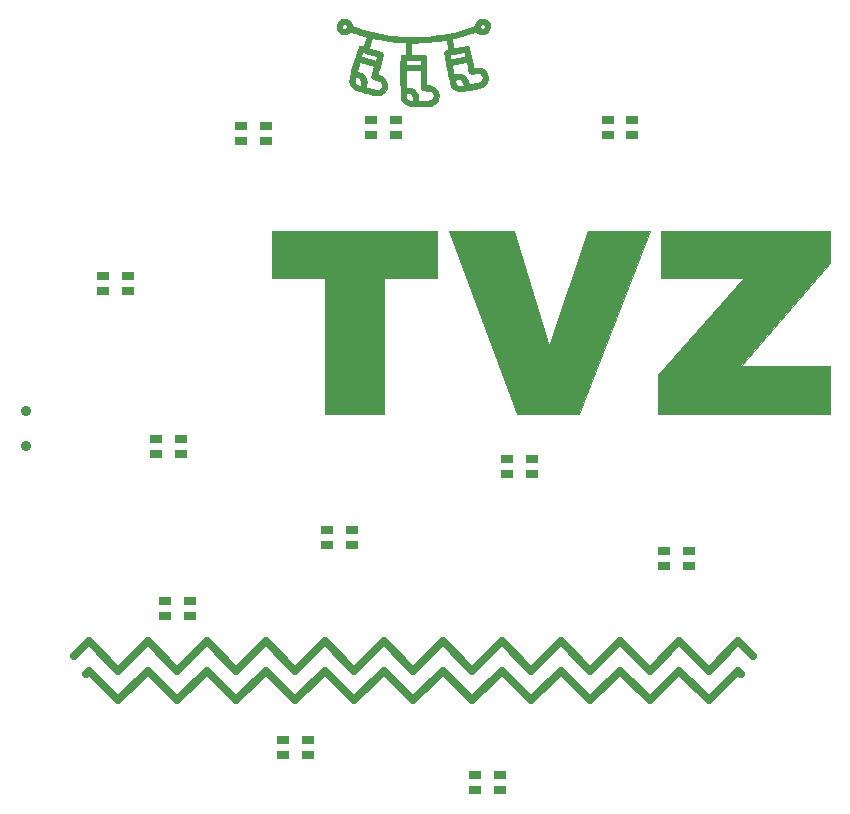
<source format=gbr>
%TF.GenerationSoftware,KiCad,Pcbnew,(5.1.10)-1*%
%TF.CreationDate,2021-10-17T13:13:45+02:00*%
%TF.ProjectId,TVZ_kuglica,54565a5f-6b75-4676-9c69-63612e6b6963,rev?*%
%TF.SameCoordinates,Original*%
%TF.FileFunction,Soldermask,Top*%
%TF.FilePolarity,Negative*%
%FSLAX46Y46*%
G04 Gerber Fmt 4.6, Leading zero omitted, Abs format (unit mm)*
G04 Created by KiCad (PCBNEW (5.1.10)-1) date 2021-10-17 13:13:45*
%MOMM*%
%LPD*%
G01*
G04 APERTURE LIST*
%ADD10C,0.100000*%
%ADD11C,0.700000*%
%ADD12C,0.010000*%
%ADD13C,0.900000*%
%ADD14R,1.100000X0.750000*%
G04 APERTURE END LIST*
D10*
G36*
X139000000Y-87000000D02*
G01*
X134500000Y-87000000D01*
X134500000Y-98500000D01*
X129500000Y-98500000D01*
X129500000Y-87000000D01*
X125000000Y-87000000D01*
X125000000Y-83000000D01*
X139000000Y-83000000D01*
X139000000Y-87000000D01*
G37*
X139000000Y-87000000D02*
X134500000Y-87000000D01*
X134500000Y-98500000D01*
X129500000Y-98500000D01*
X129500000Y-87000000D01*
X125000000Y-87000000D01*
X125000000Y-83000000D01*
X139000000Y-83000000D01*
X139000000Y-87000000D01*
D11*
X109500000Y-120250000D02*
X112000000Y-122750000D01*
X109250000Y-120500000D02*
X109500000Y-120250000D01*
X109500000Y-117750000D02*
X108250000Y-119000000D01*
X162000000Y-122750000D02*
X164500000Y-120250000D01*
X152000000Y-120250000D02*
X149500000Y-117750000D01*
X157000000Y-120250000D02*
X154500000Y-117750000D01*
X165750000Y-119000000D02*
X164500000Y-117750000D01*
X164500000Y-117750000D02*
X162000000Y-120250000D01*
X112000000Y-122750000D02*
X114500000Y-120250000D01*
X144500000Y-120250000D02*
X147000000Y-122750000D01*
X159500000Y-120250000D02*
X162000000Y-122750000D01*
X142000000Y-120250000D02*
X139500000Y-117750000D01*
X142000000Y-122750000D02*
X144500000Y-120250000D01*
X137000000Y-122750000D02*
X139500000Y-120250000D01*
X119500000Y-117750000D02*
X117000000Y-120250000D01*
X134500000Y-117750000D02*
X132000000Y-120250000D01*
X162000000Y-120250000D02*
X159500000Y-117750000D01*
X159500000Y-117750000D02*
X157000000Y-120250000D01*
X117000000Y-122750000D02*
X119500000Y-120250000D01*
X157000000Y-122750000D02*
X159500000Y-120250000D01*
X129500000Y-120250000D02*
X132000000Y-122750000D01*
X154500000Y-120250000D02*
X157000000Y-122750000D01*
X134500000Y-120250000D02*
X137000000Y-122750000D01*
X124500000Y-120250000D02*
X127000000Y-122750000D01*
X132000000Y-122750000D02*
X134500000Y-120250000D01*
X119500000Y-120250000D02*
X122000000Y-122750000D01*
X147000000Y-120250000D02*
X144500000Y-117750000D01*
X154500000Y-117750000D02*
X152000000Y-120250000D01*
X139500000Y-117750000D02*
X137000000Y-120250000D01*
X129500000Y-117750000D02*
X127000000Y-120250000D01*
X152000000Y-122750000D02*
X154500000Y-120250000D01*
X149500000Y-120250000D02*
X152000000Y-122750000D01*
X117000000Y-120250000D02*
X114500000Y-117750000D01*
X114500000Y-117750000D02*
X112000000Y-120250000D01*
X147000000Y-122750000D02*
X149500000Y-120250000D01*
X114500000Y-120250000D02*
X117000000Y-122750000D01*
X127000000Y-120250000D02*
X124500000Y-117750000D01*
X112000000Y-120250000D02*
X109500000Y-117750000D01*
X122000000Y-120250000D02*
X119500000Y-117750000D01*
X137000000Y-120250000D02*
X134500000Y-117750000D01*
X149500000Y-117750000D02*
X147000000Y-120250000D01*
X124500000Y-117750000D02*
X122000000Y-120250000D01*
X144500000Y-117750000D02*
X142000000Y-120250000D01*
X122000000Y-122750000D02*
X124500000Y-120250000D01*
X132000000Y-120250000D02*
X129500000Y-117750000D01*
X139500000Y-120250000D02*
X142000000Y-122750000D01*
X164500000Y-120250000D02*
X164750000Y-120500000D01*
X127000000Y-122750000D02*
X129500000Y-120250000D01*
D10*
G36*
X172250000Y-85750000D02*
G01*
X164750000Y-94500000D01*
X172250000Y-94500000D01*
X172250000Y-98500000D01*
X157750000Y-98500000D01*
X157750000Y-95250000D01*
X165000000Y-87000000D01*
X158000000Y-87000000D01*
X158000000Y-83000000D01*
X172250000Y-83000000D01*
X172250000Y-85750000D01*
G37*
X172250000Y-85750000D02*
X164750000Y-94500000D01*
X172250000Y-94500000D01*
X172250000Y-98500000D01*
X157750000Y-98500000D01*
X157750000Y-95250000D01*
X165000000Y-87000000D01*
X158000000Y-87000000D01*
X158000000Y-83000000D01*
X172250000Y-83000000D01*
X172250000Y-85750000D01*
G36*
X148500000Y-92750000D02*
G01*
X151750000Y-83000000D01*
X157000000Y-83000000D01*
X151000000Y-98500000D01*
X145750000Y-98500000D01*
X140000000Y-83000000D01*
X145500000Y-83000000D01*
X148500000Y-92750000D01*
G37*
X148500000Y-92750000D02*
X151750000Y-83000000D01*
X157000000Y-83000000D01*
X151000000Y-98500000D01*
X145750000Y-98500000D01*
X140000000Y-83000000D01*
X145500000Y-83000000D01*
X148500000Y-92750000D01*
D12*
%TO.C,G\u002A\u002A\u002A*%
G36*
X143027877Y-65089141D02*
G01*
X143177224Y-65150535D01*
X143301325Y-65244717D01*
X143397404Y-65364669D01*
X143462680Y-65503370D01*
X143494375Y-65653801D01*
X143489712Y-65808940D01*
X143445912Y-65961768D01*
X143360196Y-66105265D01*
X143295075Y-66176812D01*
X143149915Y-66283282D01*
X142989107Y-66344768D01*
X142820816Y-66360786D01*
X142653209Y-66330852D01*
X142494450Y-66254480D01*
X142455291Y-66226699D01*
X142346700Y-66143832D01*
X141902200Y-66288887D01*
X141632701Y-66373920D01*
X141347940Y-66458575D01*
X141062652Y-66538741D01*
X140791572Y-66610310D01*
X140549432Y-66669173D01*
X140492500Y-66682008D01*
X140395750Y-66704830D01*
X140318505Y-66725729D01*
X140274002Y-66741038D01*
X140269168Y-66743859D01*
X140268777Y-66771429D01*
X140276804Y-66838578D01*
X140291404Y-66935136D01*
X140310734Y-67050929D01*
X140332950Y-67175785D01*
X140356208Y-67299532D01*
X140378664Y-67411997D01*
X140398475Y-67503007D01*
X140413796Y-67562390D01*
X140420614Y-67579397D01*
X140446772Y-67577639D01*
X140515376Y-67566839D01*
X140619142Y-67548318D01*
X140750783Y-67523394D01*
X140903015Y-67493389D01*
X140969397Y-67479983D01*
X141167205Y-67440629D01*
X141321789Y-67412560D01*
X141439425Y-67395658D01*
X141526393Y-67389798D01*
X141588968Y-67394860D01*
X141633430Y-67410723D01*
X141666055Y-67437263D01*
X141687820Y-67466055D01*
X141702423Y-67505068D01*
X141725388Y-67587600D01*
X141755227Y-67707333D01*
X141790448Y-67857950D01*
X141829564Y-68033135D01*
X141871083Y-68226569D01*
X141900490Y-68368034D01*
X141941790Y-68567764D01*
X141980395Y-68751384D01*
X142015022Y-68913023D01*
X142044388Y-69046810D01*
X142067208Y-69146877D01*
X142082199Y-69207352D01*
X142087490Y-69223156D01*
X142117973Y-69226449D01*
X142184382Y-69221345D01*
X142272740Y-69208954D01*
X142278691Y-69207960D01*
X142493389Y-69194988D01*
X142695605Y-69228034D01*
X142879650Y-69304205D01*
X143039833Y-69420604D01*
X143170465Y-69574338D01*
X143238360Y-69696214D01*
X143278435Y-69793013D01*
X143300850Y-69879545D01*
X143310277Y-69978911D01*
X143311650Y-70058634D01*
X143309053Y-70171833D01*
X143297581Y-70256926D01*
X143272206Y-70336463D01*
X143228416Y-70431947D01*
X143118164Y-70605765D01*
X142978138Y-70744275D01*
X142814535Y-70841605D01*
X142782236Y-70854608D01*
X142707797Y-70877710D01*
X142592792Y-70907436D01*
X142445236Y-70942186D01*
X142273143Y-70980362D01*
X142084527Y-71020366D01*
X141887403Y-71060598D01*
X141689785Y-71099460D01*
X141499687Y-71135354D01*
X141325125Y-71166680D01*
X141174112Y-71191839D01*
X141054663Y-71209234D01*
X140974792Y-71217265D01*
X140962400Y-71217622D01*
X140772053Y-71195143D01*
X140591780Y-71130552D01*
X140429813Y-71029868D01*
X140294380Y-70899115D01*
X140193711Y-70744311D01*
X140147379Y-70621352D01*
X140137142Y-70577443D01*
X140117844Y-70488857D01*
X140090552Y-70360695D01*
X140067600Y-70251606D01*
X140516787Y-70251606D01*
X140517691Y-70297040D01*
X140536053Y-70374266D01*
X140557493Y-70454834D01*
X140617262Y-70587032D01*
X140717301Y-70697041D01*
X140769647Y-70733969D01*
X140860321Y-70766744D01*
X140981695Y-70779146D01*
X141117507Y-70770178D01*
X141178300Y-70759060D01*
X141229590Y-70741738D01*
X141248460Y-70709209D01*
X141248125Y-70654115D01*
X141215894Y-70486727D01*
X141147805Y-70354426D01*
X141046751Y-70259447D01*
X140915620Y-70204023D01*
X140757305Y-70190390D01*
X140662090Y-70201093D01*
X140584659Y-70214130D01*
X140537667Y-70227469D01*
X140516787Y-70251606D01*
X140067600Y-70251606D01*
X140056333Y-70198057D01*
X140016256Y-70006047D01*
X139971387Y-69789766D01*
X139922794Y-69554315D01*
X139871544Y-69304797D01*
X139854893Y-69223478D01*
X139802003Y-68964227D01*
X140259470Y-68964227D01*
X140262219Y-68988496D01*
X140274048Y-69052273D01*
X140292793Y-69145526D01*
X140316292Y-69258222D01*
X140342382Y-69380328D01*
X140368901Y-69501813D01*
X140393685Y-69612644D01*
X140414572Y-69702789D01*
X140429399Y-69762214D01*
X140435548Y-69781015D01*
X140464637Y-69782462D01*
X140527377Y-69774052D01*
X140582351Y-69763423D01*
X140797513Y-69741029D01*
X141001139Y-69765649D01*
X141188208Y-69833914D01*
X141353699Y-69942456D01*
X141492592Y-70087907D01*
X141599866Y-70266900D01*
X141670500Y-70476068D01*
X141674887Y-70496250D01*
X141699556Y-70583013D01*
X141727479Y-70625863D01*
X141738622Y-70629600D01*
X141774517Y-70624593D01*
X141851056Y-70610734D01*
X141959202Y-70589763D01*
X142089914Y-70563423D01*
X142194687Y-70541742D01*
X142339705Y-70509847D01*
X142471838Y-70477887D01*
X142581033Y-70448516D01*
X142657241Y-70424384D01*
X142685077Y-70412331D01*
X142787112Y-70324560D01*
X142853775Y-70209429D01*
X142881674Y-70079048D01*
X142867413Y-69945527D01*
X142837283Y-69869086D01*
X142764154Y-69761285D01*
X142672425Y-69688972D01*
X142556433Y-69650427D01*
X142410512Y-69643930D01*
X142228998Y-69667759D01*
X142196117Y-69674304D01*
X142052366Y-69702350D01*
X141940172Y-69716514D01*
X141854054Y-69711936D01*
X141788529Y-69683760D01*
X141738115Y-69627127D01*
X141697329Y-69537180D01*
X141660688Y-69409063D01*
X141622711Y-69237916D01*
X141604686Y-69150281D01*
X141514306Y-68707124D01*
X140889103Y-68834642D01*
X140718296Y-68869525D01*
X140564928Y-68900931D01*
X140435710Y-68927479D01*
X140337352Y-68947789D01*
X140276567Y-68960478D01*
X140259470Y-68964227D01*
X139802003Y-68964227D01*
X139795371Y-68931719D01*
X139745618Y-68685579D01*
X139704932Y-68480965D01*
X139672613Y-68313785D01*
X139647959Y-68179948D01*
X139641937Y-68144347D01*
X140089517Y-68144347D01*
X140095955Y-68208828D01*
X140110621Y-68291817D01*
X140130328Y-68378898D01*
X140151891Y-68455656D01*
X140172126Y-68507674D01*
X140184859Y-68521801D01*
X140216841Y-68517051D01*
X140291262Y-68503503D01*
X140400797Y-68482570D01*
X140538121Y-68455665D01*
X140695910Y-68424200D01*
X140797300Y-68403730D01*
X140963507Y-68369415D01*
X141113182Y-68337351D01*
X141239088Y-68309184D01*
X141333986Y-68286559D01*
X141390639Y-68271122D01*
X141403277Y-68265981D01*
X141409650Y-68233126D01*
X141405986Y-68166643D01*
X141394879Y-68082113D01*
X141378923Y-67995111D01*
X141360714Y-67921216D01*
X141342848Y-67876006D01*
X141337301Y-67869930D01*
X141307701Y-67871135D01*
X141236770Y-67881259D01*
X141132872Y-67898669D01*
X141004368Y-67921731D01*
X140859620Y-67948810D01*
X140706990Y-67978272D01*
X140554840Y-68008484D01*
X140411531Y-68037812D01*
X140285426Y-68064621D01*
X140184886Y-68087278D01*
X140118274Y-68104148D01*
X140094489Y-68112790D01*
X140089517Y-68144347D01*
X139641937Y-68144347D01*
X139630268Y-68075363D01*
X139618841Y-67995937D01*
X139612974Y-67937579D01*
X139611968Y-67896198D01*
X139615121Y-67867702D01*
X139619863Y-67852154D01*
X139669646Y-67787701D01*
X139750111Y-67736211D01*
X139841154Y-67709586D01*
X139863034Y-67708211D01*
X139907044Y-67705260D01*
X139936862Y-67692735D01*
X139953023Y-67663807D01*
X139956065Y-67611647D01*
X139946526Y-67529423D01*
X139924941Y-67410306D01*
X139897218Y-67273463D01*
X139869015Y-67137728D01*
X139843936Y-67018855D01*
X139823957Y-66926076D01*
X139811056Y-66868619D01*
X139807643Y-66855261D01*
X139783686Y-66845000D01*
X139719765Y-66846005D01*
X139612377Y-66858498D01*
X139510548Y-66874022D01*
X139142514Y-66928062D01*
X138752591Y-66975341D01*
X138354618Y-67014661D01*
X137962439Y-67044826D01*
X137589894Y-67064638D01*
X137250825Y-67072900D01*
X137209550Y-67073064D01*
X136796800Y-67073600D01*
X136796800Y-68089600D01*
X137326409Y-68089599D01*
X137518232Y-68091027D01*
X137681856Y-68095123D01*
X137811242Y-68101609D01*
X137900354Y-68110207D01*
X137936781Y-68117753D01*
X137971167Y-68130314D01*
X138000065Y-68144817D01*
X138023954Y-68165491D01*
X138043309Y-68196564D01*
X138058608Y-68242263D01*
X138070328Y-68306818D01*
X138078945Y-68394455D01*
X138084937Y-68509404D01*
X138088780Y-68655893D01*
X138090952Y-68838149D01*
X138091930Y-69060401D01*
X138092190Y-69326877D01*
X138092200Y-69495511D01*
X138092200Y-70700745D01*
X138314450Y-70709622D01*
X138521754Y-70735850D01*
X138698669Y-70798934D01*
X138853189Y-70902458D01*
X138944267Y-70991863D01*
X139057734Y-71147337D01*
X139126926Y-71315796D01*
X139154890Y-71506166D01*
X139154584Y-71607500D01*
X139123595Y-71818762D01*
X139050212Y-72002057D01*
X138934544Y-72157214D01*
X138776699Y-72284066D01*
X138682284Y-72336683D01*
X138512500Y-72420300D01*
X137572100Y-72425401D01*
X137308681Y-72426383D01*
X137091585Y-72426121D01*
X136916347Y-72424495D01*
X136778504Y-72421383D01*
X136673590Y-72416662D01*
X136597142Y-72410212D01*
X136544695Y-72401910D01*
X136525634Y-72396887D01*
X136340823Y-72312271D01*
X136180786Y-72185342D01*
X136050403Y-72020526D01*
X135991677Y-71912300D01*
X135920500Y-71759900D01*
X135919180Y-71450272D01*
X136340562Y-71450272D01*
X136348284Y-71557947D01*
X136351459Y-71584169D01*
X136392573Y-71736619D01*
X136471920Y-71856998D01*
X136586331Y-71942669D01*
X136732637Y-71990998D01*
X136852981Y-72001200D01*
X137000000Y-72001200D01*
X137000000Y-71854181D01*
X136979523Y-71687334D01*
X136919851Y-71550151D01*
X136823617Y-71445802D01*
X136693458Y-71377457D01*
X136582969Y-71352659D01*
X136466538Y-71341934D01*
X136392271Y-71349682D01*
X136352751Y-71383322D01*
X136340562Y-71450272D01*
X135919180Y-71450272D01*
X135913138Y-70034052D01*
X135911822Y-69672428D01*
X135911301Y-69410400D01*
X136365000Y-69410400D01*
X136365000Y-70901839D01*
X136578500Y-70915159D01*
X136784116Y-70944176D01*
X136957543Y-71005893D01*
X137108580Y-71104421D01*
X137175404Y-71165395D01*
X137292961Y-71307210D01*
X137371463Y-71462802D01*
X137415405Y-71643143D01*
X137427665Y-71781247D01*
X137437025Y-72005794D01*
X137923362Y-71996731D01*
X138100824Y-71992702D01*
X138235081Y-71987656D01*
X138333729Y-71980883D01*
X138404363Y-71971672D01*
X138454578Y-71959314D01*
X138490936Y-71943660D01*
X138596336Y-71861798D01*
X138672249Y-71752948D01*
X138714399Y-71629282D01*
X138718511Y-71502971D01*
X138684243Y-71393406D01*
X138634784Y-71322665D01*
X138566082Y-71250090D01*
X138541369Y-71228854D01*
X138500290Y-71197520D01*
X138462146Y-71175614D01*
X138416558Y-71160982D01*
X138353149Y-71151474D01*
X138261541Y-71144939D01*
X138131355Y-71139223D01*
X138103842Y-71138148D01*
X137984191Y-71134589D01*
X137887437Y-71130888D01*
X137811120Y-71122116D01*
X137752778Y-71103341D01*
X137709949Y-71069633D01*
X137680171Y-71016063D01*
X137660983Y-70937700D01*
X137649922Y-70829614D01*
X137644528Y-70686874D01*
X137642338Y-70504551D01*
X137640891Y-70277714D01*
X137640324Y-70209827D01*
X137632948Y-69410400D01*
X136365000Y-69410400D01*
X135911301Y-69410400D01*
X135911198Y-69358769D01*
X135911302Y-69090247D01*
X135912171Y-68864031D01*
X135912576Y-68818735D01*
X136342773Y-68818735D01*
X136344585Y-68897507D01*
X136349790Y-68942832D01*
X136350477Y-68944910D01*
X136363098Y-68955759D01*
X136395106Y-68963923D01*
X136451836Y-68969629D01*
X136538625Y-68973103D01*
X136660811Y-68974571D01*
X136823729Y-68974260D01*
X137005720Y-68972687D01*
X137647700Y-68965900D01*
X137647700Y-68534100D01*
X136352300Y-68534100D01*
X136344757Y-68722222D01*
X136342773Y-68818735D01*
X135912576Y-68818735D01*
X135913842Y-68677292D01*
X135916352Y-68527200D01*
X135919737Y-68410925D01*
X135924034Y-68325638D01*
X135929281Y-68268508D01*
X135935513Y-68236707D01*
X135936563Y-68233878D01*
X135992680Y-68161679D01*
X136086670Y-68112296D01*
X136208997Y-68090308D01*
X136237184Y-68089600D01*
X136339600Y-68089600D01*
X136339600Y-67075901D01*
X136257050Y-67063133D01*
X136196759Y-67056267D01*
X136100997Y-67048078D01*
X135985028Y-67039792D01*
X135907800Y-67035038D01*
X135485077Y-67002009D01*
X135028907Y-66950256D01*
X134552330Y-66881531D01*
X134068388Y-66797586D01*
X133905275Y-66766045D01*
X133771150Y-66740367D01*
X133655270Y-66719988D01*
X133566427Y-66706313D01*
X133513415Y-66700744D01*
X133502543Y-66701789D01*
X133492124Y-66728424D01*
X133470987Y-66793729D01*
X133441903Y-66888218D01*
X133407642Y-67002406D01*
X133370973Y-67126808D01*
X133334665Y-67251938D01*
X133301489Y-67368311D01*
X133274214Y-67466442D01*
X133255609Y-67536844D01*
X133248445Y-67570032D01*
X133248632Y-67571371D01*
X133273337Y-67579206D01*
X133339776Y-67599049D01*
X133440875Y-67628821D01*
X133569560Y-67666442D01*
X133718759Y-67709835D01*
X133786900Y-67729588D01*
X133970434Y-67783530D01*
X134111098Y-67826986D01*
X134215172Y-67862301D01*
X134288937Y-67891822D01*
X134338676Y-67917894D01*
X134370668Y-67942864D01*
X134377450Y-67950148D01*
X134416989Y-68009727D01*
X134434547Y-68063594D01*
X134434600Y-68065788D01*
X134427686Y-68101290D01*
X134408052Y-68179466D01*
X134377360Y-68294269D01*
X134337272Y-68439651D01*
X134289450Y-68609565D01*
X134235556Y-68797965D01*
X134193300Y-68943811D01*
X134136239Y-69140222D01*
X134083991Y-69321030D01*
X134038198Y-69480477D01*
X134000503Y-69612806D01*
X133972547Y-69712258D01*
X133955973Y-69773074D01*
X133952000Y-69789900D01*
X133974191Y-69806157D01*
X134031852Y-69830598D01*
X134098050Y-69853250D01*
X134230174Y-69898896D01*
X134331194Y-69946531D01*
X134420053Y-70006850D01*
X134511503Y-70086615D01*
X134636807Y-70236412D01*
X134723709Y-70410187D01*
X134770185Y-70598133D01*
X134774212Y-70790440D01*
X134733768Y-70977301D01*
X134708254Y-71040645D01*
X134599189Y-71221951D01*
X134454584Y-71373109D01*
X134289578Y-71482086D01*
X134211351Y-71518780D01*
X134143507Y-71540809D01*
X134068155Y-71551619D01*
X133967402Y-71554656D01*
X133913900Y-71554449D01*
X133847175Y-71552998D01*
X133784014Y-71548852D01*
X133717880Y-71540491D01*
X133642236Y-71526397D01*
X133550543Y-71505049D01*
X133436264Y-71474930D01*
X133292862Y-71434518D01*
X133113798Y-71382297D01*
X132897932Y-71318349D01*
X132701440Y-71258988D01*
X132516213Y-71201263D01*
X132349078Y-71147438D01*
X132206859Y-71099775D01*
X132096382Y-71060537D01*
X132024471Y-71031984D01*
X132005094Y-71022412D01*
X131874452Y-70922681D01*
X131756016Y-70789756D01*
X131664393Y-70641188D01*
X131638984Y-70582536D01*
X131617834Y-70522004D01*
X131602037Y-70462499D01*
X131592386Y-70399780D01*
X131589673Y-70329605D01*
X131594692Y-70247731D01*
X131594989Y-70245581D01*
X132024342Y-70245581D01*
X132038186Y-70394250D01*
X132094002Y-70521100D01*
X132183924Y-70616035D01*
X132242900Y-70651254D01*
X132322188Y-70687127D01*
X132406304Y-70718098D01*
X132479762Y-70738614D01*
X132527077Y-70743118D01*
X132532825Y-70741198D01*
X132548023Y-70713164D01*
X132568095Y-70652797D01*
X132577275Y-70618784D01*
X132602229Y-70443323D01*
X132583709Y-70292030D01*
X132522809Y-70166930D01*
X132420623Y-70070046D01*
X132278244Y-70003400D01*
X132238719Y-69992257D01*
X132156051Y-69974351D01*
X132107515Y-69977915D01*
X132078572Y-70009868D01*
X132054684Y-70077130D01*
X132053735Y-70080295D01*
X132024342Y-70245581D01*
X131594989Y-70245581D01*
X131608235Y-70149917D01*
X131631095Y-70031920D01*
X131664066Y-69889499D01*
X131707940Y-69718412D01*
X131763510Y-69514418D01*
X131763891Y-69513066D01*
X132236704Y-69513066D01*
X132261099Y-69535494D01*
X132323060Y-69556004D01*
X132341514Y-69560758D01*
X132548431Y-69637149D01*
X132727951Y-69755984D01*
X132824031Y-69848630D01*
X132948789Y-70019194D01*
X133024860Y-70204118D01*
X133052286Y-70403581D01*
X133031108Y-70617763D01*
X133016473Y-70680400D01*
X132993429Y-70770436D01*
X132977075Y-70838119D01*
X132970275Y-70871477D01*
X132970369Y-70873039D01*
X132994735Y-70880388D01*
X133059824Y-70899380D01*
X133157525Y-70927665D01*
X133279728Y-70962892D01*
X133380500Y-70991857D01*
X133581194Y-71046882D01*
X133741289Y-71084143D01*
X133867560Y-71104213D01*
X133966784Y-71107661D01*
X134045736Y-71095060D01*
X134111193Y-71066980D01*
X134130058Y-71055050D01*
X134241656Y-70952878D01*
X134309474Y-70831328D01*
X134331088Y-70696945D01*
X134309313Y-70571291D01*
X134273145Y-70487206D01*
X134221436Y-70418847D01*
X134146724Y-70361322D01*
X134041549Y-70309743D01*
X133898452Y-70259218D01*
X133779613Y-70224076D01*
X133628942Y-70170112D01*
X133521146Y-70106007D01*
X133459011Y-70033841D01*
X133444036Y-69973601D01*
X133450778Y-69936179D01*
X133469453Y-69858800D01*
X133497773Y-69750277D01*
X133533448Y-69619422D01*
X133567182Y-69499540D01*
X133690293Y-69067980D01*
X133083836Y-68892767D01*
X132916858Y-68845161D01*
X132766447Y-68803497D01*
X132639325Y-68769536D01*
X132542215Y-68745042D01*
X132481839Y-68731778D01*
X132464559Y-68730374D01*
X132453312Y-68758184D01*
X132431236Y-68825734D01*
X132401191Y-68923845D01*
X132366036Y-69043336D01*
X132353600Y-69086599D01*
X132316739Y-69215197D01*
X132283777Y-69329481D01*
X132257761Y-69418935D01*
X132241740Y-69473040D01*
X132239432Y-69480510D01*
X132236704Y-69513066D01*
X131763891Y-69513066D01*
X131831569Y-69273273D01*
X131912911Y-68990736D01*
X131979155Y-68762700D01*
X132065674Y-68465673D01*
X132120576Y-68278375D01*
X132585182Y-68278375D01*
X132585665Y-68281054D01*
X132610084Y-68289166D01*
X132675360Y-68309246D01*
X132773608Y-68338953D01*
X132896943Y-68375944D01*
X133037478Y-68417876D01*
X133187328Y-68462409D01*
X133338609Y-68507200D01*
X133483434Y-68549907D01*
X133613917Y-68588188D01*
X133722174Y-68619700D01*
X133800319Y-68642103D01*
X133817574Y-68646937D01*
X133826795Y-68625336D01*
X133846191Y-68567036D01*
X133871764Y-68484119D01*
X133874724Y-68474211D01*
X133900559Y-68382428D01*
X133919141Y-68306806D01*
X133926588Y-68263197D01*
X133926600Y-68262367D01*
X133910829Y-68244814D01*
X133861286Y-68220412D01*
X133774621Y-68187968D01*
X133647486Y-68146292D01*
X133476533Y-68094194D01*
X133345071Y-68055555D01*
X133180055Y-68007976D01*
X133030218Y-67965572D01*
X132902794Y-67930326D01*
X132805016Y-67904220D01*
X132744117Y-67889236D01*
X132727859Y-67886400D01*
X132701028Y-67910657D01*
X132668392Y-67980171D01*
X132635204Y-68080049D01*
X132609466Y-68171332D01*
X132591797Y-68241477D01*
X132585182Y-68278375D01*
X132120576Y-68278375D01*
X132139511Y-68213779D01*
X132202280Y-68003403D01*
X132255592Y-67830931D01*
X132301060Y-67692746D01*
X132340297Y-67585236D01*
X132374916Y-67504785D01*
X132406529Y-67447779D01*
X132436749Y-67410602D01*
X132467189Y-67389640D01*
X132499461Y-67381278D01*
X132535179Y-67381902D01*
X132575954Y-67387897D01*
X132591338Y-67390531D01*
X132671310Y-67404797D01*
X132730404Y-67412203D01*
X132773996Y-67406727D01*
X132807456Y-67382349D01*
X132836160Y-67333047D01*
X132865479Y-67252800D01*
X132900787Y-67135587D01*
X132940408Y-66999371D01*
X132980105Y-66862513D01*
X133013694Y-66743901D01*
X133038973Y-66651542D01*
X133053741Y-66593442D01*
X133056504Y-66577004D01*
X133031211Y-66568645D01*
X132965633Y-66549084D01*
X132868399Y-66520842D01*
X132748135Y-66486435D01*
X132682000Y-66467689D01*
X132513582Y-66418696D01*
X132325643Y-66361773D01*
X132140876Y-66303910D01*
X131981972Y-66252099D01*
X131978937Y-66251080D01*
X131644175Y-66138549D01*
X131597937Y-66190574D01*
X131508644Y-66261125D01*
X131386482Y-66317466D01*
X131248802Y-66353039D01*
X131143937Y-66362151D01*
X130966452Y-66339096D01*
X130809401Y-66273111D01*
X130678424Y-66169863D01*
X130579164Y-66035020D01*
X130517262Y-65874251D01*
X130500662Y-65734433D01*
X130949435Y-65734433D01*
X130972412Y-65825340D01*
X131027826Y-65887281D01*
X131104301Y-65917001D01*
X131190461Y-65911244D01*
X131274930Y-65866753D01*
X131306396Y-65836599D01*
X131348398Y-65772426D01*
X131352688Y-65705195D01*
X131350544Y-65693172D01*
X131312104Y-65597715D01*
X131249302Y-65537039D01*
X131172984Y-65510029D01*
X131093994Y-65515569D01*
X131023178Y-65552543D01*
X130971381Y-65619836D01*
X130949448Y-65716332D01*
X130949435Y-65734433D01*
X130500662Y-65734433D01*
X130498157Y-65713337D01*
X130520886Y-65536336D01*
X130586567Y-65379460D01*
X130689425Y-65248466D01*
X130823688Y-65149110D01*
X130983579Y-65087149D01*
X131145300Y-65068115D01*
X131326288Y-65091378D01*
X131486061Y-65157975D01*
X131618924Y-65263119D01*
X131719183Y-65402023D01*
X131781141Y-65569900D01*
X131788880Y-65609131D01*
X131806698Y-65714700D01*
X132047499Y-65798703D01*
X132750631Y-66023002D01*
X133477922Y-66213346D01*
X134233962Y-66370738D01*
X135023340Y-66496180D01*
X135526800Y-66557832D01*
X135706677Y-66573422D01*
X135928524Y-66586070D01*
X136183597Y-66595776D01*
X136463151Y-66602541D01*
X136758442Y-66606364D01*
X137060724Y-66607245D01*
X137361254Y-66605185D01*
X137651287Y-66600183D01*
X137922078Y-66592239D01*
X138164882Y-66581353D01*
X138370956Y-66567526D01*
X138473200Y-66557832D01*
X139270745Y-66453901D01*
X140031676Y-66320191D01*
X140761360Y-66155533D01*
X141465161Y-65958755D01*
X141952500Y-65798760D01*
X142193301Y-65714700D01*
X142199112Y-65680266D01*
X142650694Y-65680266D01*
X142652181Y-65770797D01*
X142691838Y-65844117D01*
X142758377Y-65894602D01*
X142840507Y-65916629D01*
X142926938Y-65904574D01*
X143003290Y-65855902D01*
X143040268Y-65788490D01*
X143050280Y-65714700D01*
X143030731Y-65620935D01*
X142979668Y-65555377D01*
X142908463Y-65519004D01*
X142828491Y-65512797D01*
X142751124Y-65537736D01*
X142687737Y-65594801D01*
X142650694Y-65680266D01*
X142199112Y-65680266D01*
X142211119Y-65609131D01*
X142264134Y-65435572D01*
X142356678Y-65290098D01*
X142483203Y-65177366D01*
X142638160Y-65102036D01*
X142816003Y-65068766D01*
X142856062Y-65067557D01*
X143027877Y-65089141D01*
G37*
X143027877Y-65089141D02*
X143177224Y-65150535D01*
X143301325Y-65244717D01*
X143397404Y-65364669D01*
X143462680Y-65503370D01*
X143494375Y-65653801D01*
X143489712Y-65808940D01*
X143445912Y-65961768D01*
X143360196Y-66105265D01*
X143295075Y-66176812D01*
X143149915Y-66283282D01*
X142989107Y-66344768D01*
X142820816Y-66360786D01*
X142653209Y-66330852D01*
X142494450Y-66254480D01*
X142455291Y-66226699D01*
X142346700Y-66143832D01*
X141902200Y-66288887D01*
X141632701Y-66373920D01*
X141347940Y-66458575D01*
X141062652Y-66538741D01*
X140791572Y-66610310D01*
X140549432Y-66669173D01*
X140492500Y-66682008D01*
X140395750Y-66704830D01*
X140318505Y-66725729D01*
X140274002Y-66741038D01*
X140269168Y-66743859D01*
X140268777Y-66771429D01*
X140276804Y-66838578D01*
X140291404Y-66935136D01*
X140310734Y-67050929D01*
X140332950Y-67175785D01*
X140356208Y-67299532D01*
X140378664Y-67411997D01*
X140398475Y-67503007D01*
X140413796Y-67562390D01*
X140420614Y-67579397D01*
X140446772Y-67577639D01*
X140515376Y-67566839D01*
X140619142Y-67548318D01*
X140750783Y-67523394D01*
X140903015Y-67493389D01*
X140969397Y-67479983D01*
X141167205Y-67440629D01*
X141321789Y-67412560D01*
X141439425Y-67395658D01*
X141526393Y-67389798D01*
X141588968Y-67394860D01*
X141633430Y-67410723D01*
X141666055Y-67437263D01*
X141687820Y-67466055D01*
X141702423Y-67505068D01*
X141725388Y-67587600D01*
X141755227Y-67707333D01*
X141790448Y-67857950D01*
X141829564Y-68033135D01*
X141871083Y-68226569D01*
X141900490Y-68368034D01*
X141941790Y-68567764D01*
X141980395Y-68751384D01*
X142015022Y-68913023D01*
X142044388Y-69046810D01*
X142067208Y-69146877D01*
X142082199Y-69207352D01*
X142087490Y-69223156D01*
X142117973Y-69226449D01*
X142184382Y-69221345D01*
X142272740Y-69208954D01*
X142278691Y-69207960D01*
X142493389Y-69194988D01*
X142695605Y-69228034D01*
X142879650Y-69304205D01*
X143039833Y-69420604D01*
X143170465Y-69574338D01*
X143238360Y-69696214D01*
X143278435Y-69793013D01*
X143300850Y-69879545D01*
X143310277Y-69978911D01*
X143311650Y-70058634D01*
X143309053Y-70171833D01*
X143297581Y-70256926D01*
X143272206Y-70336463D01*
X143228416Y-70431947D01*
X143118164Y-70605765D01*
X142978138Y-70744275D01*
X142814535Y-70841605D01*
X142782236Y-70854608D01*
X142707797Y-70877710D01*
X142592792Y-70907436D01*
X142445236Y-70942186D01*
X142273143Y-70980362D01*
X142084527Y-71020366D01*
X141887403Y-71060598D01*
X141689785Y-71099460D01*
X141499687Y-71135354D01*
X141325125Y-71166680D01*
X141174112Y-71191839D01*
X141054663Y-71209234D01*
X140974792Y-71217265D01*
X140962400Y-71217622D01*
X140772053Y-71195143D01*
X140591780Y-71130552D01*
X140429813Y-71029868D01*
X140294380Y-70899115D01*
X140193711Y-70744311D01*
X140147379Y-70621352D01*
X140137142Y-70577443D01*
X140117844Y-70488857D01*
X140090552Y-70360695D01*
X140067600Y-70251606D01*
X140516787Y-70251606D01*
X140517691Y-70297040D01*
X140536053Y-70374266D01*
X140557493Y-70454834D01*
X140617262Y-70587032D01*
X140717301Y-70697041D01*
X140769647Y-70733969D01*
X140860321Y-70766744D01*
X140981695Y-70779146D01*
X141117507Y-70770178D01*
X141178300Y-70759060D01*
X141229590Y-70741738D01*
X141248460Y-70709209D01*
X141248125Y-70654115D01*
X141215894Y-70486727D01*
X141147805Y-70354426D01*
X141046751Y-70259447D01*
X140915620Y-70204023D01*
X140757305Y-70190390D01*
X140662090Y-70201093D01*
X140584659Y-70214130D01*
X140537667Y-70227469D01*
X140516787Y-70251606D01*
X140067600Y-70251606D01*
X140056333Y-70198057D01*
X140016256Y-70006047D01*
X139971387Y-69789766D01*
X139922794Y-69554315D01*
X139871544Y-69304797D01*
X139854893Y-69223478D01*
X139802003Y-68964227D01*
X140259470Y-68964227D01*
X140262219Y-68988496D01*
X140274048Y-69052273D01*
X140292793Y-69145526D01*
X140316292Y-69258222D01*
X140342382Y-69380328D01*
X140368901Y-69501813D01*
X140393685Y-69612644D01*
X140414572Y-69702789D01*
X140429399Y-69762214D01*
X140435548Y-69781015D01*
X140464637Y-69782462D01*
X140527377Y-69774052D01*
X140582351Y-69763423D01*
X140797513Y-69741029D01*
X141001139Y-69765649D01*
X141188208Y-69833914D01*
X141353699Y-69942456D01*
X141492592Y-70087907D01*
X141599866Y-70266900D01*
X141670500Y-70476068D01*
X141674887Y-70496250D01*
X141699556Y-70583013D01*
X141727479Y-70625863D01*
X141738622Y-70629600D01*
X141774517Y-70624593D01*
X141851056Y-70610734D01*
X141959202Y-70589763D01*
X142089914Y-70563423D01*
X142194687Y-70541742D01*
X142339705Y-70509847D01*
X142471838Y-70477887D01*
X142581033Y-70448516D01*
X142657241Y-70424384D01*
X142685077Y-70412331D01*
X142787112Y-70324560D01*
X142853775Y-70209429D01*
X142881674Y-70079048D01*
X142867413Y-69945527D01*
X142837283Y-69869086D01*
X142764154Y-69761285D01*
X142672425Y-69688972D01*
X142556433Y-69650427D01*
X142410512Y-69643930D01*
X142228998Y-69667759D01*
X142196117Y-69674304D01*
X142052366Y-69702350D01*
X141940172Y-69716514D01*
X141854054Y-69711936D01*
X141788529Y-69683760D01*
X141738115Y-69627127D01*
X141697329Y-69537180D01*
X141660688Y-69409063D01*
X141622711Y-69237916D01*
X141604686Y-69150281D01*
X141514306Y-68707124D01*
X140889103Y-68834642D01*
X140718296Y-68869525D01*
X140564928Y-68900931D01*
X140435710Y-68927479D01*
X140337352Y-68947789D01*
X140276567Y-68960478D01*
X140259470Y-68964227D01*
X139802003Y-68964227D01*
X139795371Y-68931719D01*
X139745618Y-68685579D01*
X139704932Y-68480965D01*
X139672613Y-68313785D01*
X139647959Y-68179948D01*
X139641937Y-68144347D01*
X140089517Y-68144347D01*
X140095955Y-68208828D01*
X140110621Y-68291817D01*
X140130328Y-68378898D01*
X140151891Y-68455656D01*
X140172126Y-68507674D01*
X140184859Y-68521801D01*
X140216841Y-68517051D01*
X140291262Y-68503503D01*
X140400797Y-68482570D01*
X140538121Y-68455665D01*
X140695910Y-68424200D01*
X140797300Y-68403730D01*
X140963507Y-68369415D01*
X141113182Y-68337351D01*
X141239088Y-68309184D01*
X141333986Y-68286559D01*
X141390639Y-68271122D01*
X141403277Y-68265981D01*
X141409650Y-68233126D01*
X141405986Y-68166643D01*
X141394879Y-68082113D01*
X141378923Y-67995111D01*
X141360714Y-67921216D01*
X141342848Y-67876006D01*
X141337301Y-67869930D01*
X141307701Y-67871135D01*
X141236770Y-67881259D01*
X141132872Y-67898669D01*
X141004368Y-67921731D01*
X140859620Y-67948810D01*
X140706990Y-67978272D01*
X140554840Y-68008484D01*
X140411531Y-68037812D01*
X140285426Y-68064621D01*
X140184886Y-68087278D01*
X140118274Y-68104148D01*
X140094489Y-68112790D01*
X140089517Y-68144347D01*
X139641937Y-68144347D01*
X139630268Y-68075363D01*
X139618841Y-67995937D01*
X139612974Y-67937579D01*
X139611968Y-67896198D01*
X139615121Y-67867702D01*
X139619863Y-67852154D01*
X139669646Y-67787701D01*
X139750111Y-67736211D01*
X139841154Y-67709586D01*
X139863034Y-67708211D01*
X139907044Y-67705260D01*
X139936862Y-67692735D01*
X139953023Y-67663807D01*
X139956065Y-67611647D01*
X139946526Y-67529423D01*
X139924941Y-67410306D01*
X139897218Y-67273463D01*
X139869015Y-67137728D01*
X139843936Y-67018855D01*
X139823957Y-66926076D01*
X139811056Y-66868619D01*
X139807643Y-66855261D01*
X139783686Y-66845000D01*
X139719765Y-66846005D01*
X139612377Y-66858498D01*
X139510548Y-66874022D01*
X139142514Y-66928062D01*
X138752591Y-66975341D01*
X138354618Y-67014661D01*
X137962439Y-67044826D01*
X137589894Y-67064638D01*
X137250825Y-67072900D01*
X137209550Y-67073064D01*
X136796800Y-67073600D01*
X136796800Y-68089600D01*
X137326409Y-68089599D01*
X137518232Y-68091027D01*
X137681856Y-68095123D01*
X137811242Y-68101609D01*
X137900354Y-68110207D01*
X137936781Y-68117753D01*
X137971167Y-68130314D01*
X138000065Y-68144817D01*
X138023954Y-68165491D01*
X138043309Y-68196564D01*
X138058608Y-68242263D01*
X138070328Y-68306818D01*
X138078945Y-68394455D01*
X138084937Y-68509404D01*
X138088780Y-68655893D01*
X138090952Y-68838149D01*
X138091930Y-69060401D01*
X138092190Y-69326877D01*
X138092200Y-69495511D01*
X138092200Y-70700745D01*
X138314450Y-70709622D01*
X138521754Y-70735850D01*
X138698669Y-70798934D01*
X138853189Y-70902458D01*
X138944267Y-70991863D01*
X139057734Y-71147337D01*
X139126926Y-71315796D01*
X139154890Y-71506166D01*
X139154584Y-71607500D01*
X139123595Y-71818762D01*
X139050212Y-72002057D01*
X138934544Y-72157214D01*
X138776699Y-72284066D01*
X138682284Y-72336683D01*
X138512500Y-72420300D01*
X137572100Y-72425401D01*
X137308681Y-72426383D01*
X137091585Y-72426121D01*
X136916347Y-72424495D01*
X136778504Y-72421383D01*
X136673590Y-72416662D01*
X136597142Y-72410212D01*
X136544695Y-72401910D01*
X136525634Y-72396887D01*
X136340823Y-72312271D01*
X136180786Y-72185342D01*
X136050403Y-72020526D01*
X135991677Y-71912300D01*
X135920500Y-71759900D01*
X135919180Y-71450272D01*
X136340562Y-71450272D01*
X136348284Y-71557947D01*
X136351459Y-71584169D01*
X136392573Y-71736619D01*
X136471920Y-71856998D01*
X136586331Y-71942669D01*
X136732637Y-71990998D01*
X136852981Y-72001200D01*
X137000000Y-72001200D01*
X137000000Y-71854181D01*
X136979523Y-71687334D01*
X136919851Y-71550151D01*
X136823617Y-71445802D01*
X136693458Y-71377457D01*
X136582969Y-71352659D01*
X136466538Y-71341934D01*
X136392271Y-71349682D01*
X136352751Y-71383322D01*
X136340562Y-71450272D01*
X135919180Y-71450272D01*
X135913138Y-70034052D01*
X135911822Y-69672428D01*
X135911301Y-69410400D01*
X136365000Y-69410400D01*
X136365000Y-70901839D01*
X136578500Y-70915159D01*
X136784116Y-70944176D01*
X136957543Y-71005893D01*
X137108580Y-71104421D01*
X137175404Y-71165395D01*
X137292961Y-71307210D01*
X137371463Y-71462802D01*
X137415405Y-71643143D01*
X137427665Y-71781247D01*
X137437025Y-72005794D01*
X137923362Y-71996731D01*
X138100824Y-71992702D01*
X138235081Y-71987656D01*
X138333729Y-71980883D01*
X138404363Y-71971672D01*
X138454578Y-71959314D01*
X138490936Y-71943660D01*
X138596336Y-71861798D01*
X138672249Y-71752948D01*
X138714399Y-71629282D01*
X138718511Y-71502971D01*
X138684243Y-71393406D01*
X138634784Y-71322665D01*
X138566082Y-71250090D01*
X138541369Y-71228854D01*
X138500290Y-71197520D01*
X138462146Y-71175614D01*
X138416558Y-71160982D01*
X138353149Y-71151474D01*
X138261541Y-71144939D01*
X138131355Y-71139223D01*
X138103842Y-71138148D01*
X137984191Y-71134589D01*
X137887437Y-71130888D01*
X137811120Y-71122116D01*
X137752778Y-71103341D01*
X137709949Y-71069633D01*
X137680171Y-71016063D01*
X137660983Y-70937700D01*
X137649922Y-70829614D01*
X137644528Y-70686874D01*
X137642338Y-70504551D01*
X137640891Y-70277714D01*
X137640324Y-70209827D01*
X137632948Y-69410400D01*
X136365000Y-69410400D01*
X135911301Y-69410400D01*
X135911198Y-69358769D01*
X135911302Y-69090247D01*
X135912171Y-68864031D01*
X135912576Y-68818735D01*
X136342773Y-68818735D01*
X136344585Y-68897507D01*
X136349790Y-68942832D01*
X136350477Y-68944910D01*
X136363098Y-68955759D01*
X136395106Y-68963923D01*
X136451836Y-68969629D01*
X136538625Y-68973103D01*
X136660811Y-68974571D01*
X136823729Y-68974260D01*
X137005720Y-68972687D01*
X137647700Y-68965900D01*
X137647700Y-68534100D01*
X136352300Y-68534100D01*
X136344757Y-68722222D01*
X136342773Y-68818735D01*
X135912576Y-68818735D01*
X135913842Y-68677292D01*
X135916352Y-68527200D01*
X135919737Y-68410925D01*
X135924034Y-68325638D01*
X135929281Y-68268508D01*
X135935513Y-68236707D01*
X135936563Y-68233878D01*
X135992680Y-68161679D01*
X136086670Y-68112296D01*
X136208997Y-68090308D01*
X136237184Y-68089600D01*
X136339600Y-68089600D01*
X136339600Y-67075901D01*
X136257050Y-67063133D01*
X136196759Y-67056267D01*
X136100997Y-67048078D01*
X135985028Y-67039792D01*
X135907800Y-67035038D01*
X135485077Y-67002009D01*
X135028907Y-66950256D01*
X134552330Y-66881531D01*
X134068388Y-66797586D01*
X133905275Y-66766045D01*
X133771150Y-66740367D01*
X133655270Y-66719988D01*
X133566427Y-66706313D01*
X133513415Y-66700744D01*
X133502543Y-66701789D01*
X133492124Y-66728424D01*
X133470987Y-66793729D01*
X133441903Y-66888218D01*
X133407642Y-67002406D01*
X133370973Y-67126808D01*
X133334665Y-67251938D01*
X133301489Y-67368311D01*
X133274214Y-67466442D01*
X133255609Y-67536844D01*
X133248445Y-67570032D01*
X133248632Y-67571371D01*
X133273337Y-67579206D01*
X133339776Y-67599049D01*
X133440875Y-67628821D01*
X133569560Y-67666442D01*
X133718759Y-67709835D01*
X133786900Y-67729588D01*
X133970434Y-67783530D01*
X134111098Y-67826986D01*
X134215172Y-67862301D01*
X134288937Y-67891822D01*
X134338676Y-67917894D01*
X134370668Y-67942864D01*
X134377450Y-67950148D01*
X134416989Y-68009727D01*
X134434547Y-68063594D01*
X134434600Y-68065788D01*
X134427686Y-68101290D01*
X134408052Y-68179466D01*
X134377360Y-68294269D01*
X134337272Y-68439651D01*
X134289450Y-68609565D01*
X134235556Y-68797965D01*
X134193300Y-68943811D01*
X134136239Y-69140222D01*
X134083991Y-69321030D01*
X134038198Y-69480477D01*
X134000503Y-69612806D01*
X133972547Y-69712258D01*
X133955973Y-69773074D01*
X133952000Y-69789900D01*
X133974191Y-69806157D01*
X134031852Y-69830598D01*
X134098050Y-69853250D01*
X134230174Y-69898896D01*
X134331194Y-69946531D01*
X134420053Y-70006850D01*
X134511503Y-70086615D01*
X134636807Y-70236412D01*
X134723709Y-70410187D01*
X134770185Y-70598133D01*
X134774212Y-70790440D01*
X134733768Y-70977301D01*
X134708254Y-71040645D01*
X134599189Y-71221951D01*
X134454584Y-71373109D01*
X134289578Y-71482086D01*
X134211351Y-71518780D01*
X134143507Y-71540809D01*
X134068155Y-71551619D01*
X133967402Y-71554656D01*
X133913900Y-71554449D01*
X133847175Y-71552998D01*
X133784014Y-71548852D01*
X133717880Y-71540491D01*
X133642236Y-71526397D01*
X133550543Y-71505049D01*
X133436264Y-71474930D01*
X133292862Y-71434518D01*
X133113798Y-71382297D01*
X132897932Y-71318349D01*
X132701440Y-71258988D01*
X132516213Y-71201263D01*
X132349078Y-71147438D01*
X132206859Y-71099775D01*
X132096382Y-71060537D01*
X132024471Y-71031984D01*
X132005094Y-71022412D01*
X131874452Y-70922681D01*
X131756016Y-70789756D01*
X131664393Y-70641188D01*
X131638984Y-70582536D01*
X131617834Y-70522004D01*
X131602037Y-70462499D01*
X131592386Y-70399780D01*
X131589673Y-70329605D01*
X131594692Y-70247731D01*
X131594989Y-70245581D01*
X132024342Y-70245581D01*
X132038186Y-70394250D01*
X132094002Y-70521100D01*
X132183924Y-70616035D01*
X132242900Y-70651254D01*
X132322188Y-70687127D01*
X132406304Y-70718098D01*
X132479762Y-70738614D01*
X132527077Y-70743118D01*
X132532825Y-70741198D01*
X132548023Y-70713164D01*
X132568095Y-70652797D01*
X132577275Y-70618784D01*
X132602229Y-70443323D01*
X132583709Y-70292030D01*
X132522809Y-70166930D01*
X132420623Y-70070046D01*
X132278244Y-70003400D01*
X132238719Y-69992257D01*
X132156051Y-69974351D01*
X132107515Y-69977915D01*
X132078572Y-70009868D01*
X132054684Y-70077130D01*
X132053735Y-70080295D01*
X132024342Y-70245581D01*
X131594989Y-70245581D01*
X131608235Y-70149917D01*
X131631095Y-70031920D01*
X131664066Y-69889499D01*
X131707940Y-69718412D01*
X131763510Y-69514418D01*
X131763891Y-69513066D01*
X132236704Y-69513066D01*
X132261099Y-69535494D01*
X132323060Y-69556004D01*
X132341514Y-69560758D01*
X132548431Y-69637149D01*
X132727951Y-69755984D01*
X132824031Y-69848630D01*
X132948789Y-70019194D01*
X133024860Y-70204118D01*
X133052286Y-70403581D01*
X133031108Y-70617763D01*
X133016473Y-70680400D01*
X132993429Y-70770436D01*
X132977075Y-70838119D01*
X132970275Y-70871477D01*
X132970369Y-70873039D01*
X132994735Y-70880388D01*
X133059824Y-70899380D01*
X133157525Y-70927665D01*
X133279728Y-70962892D01*
X133380500Y-70991857D01*
X133581194Y-71046882D01*
X133741289Y-71084143D01*
X133867560Y-71104213D01*
X133966784Y-71107661D01*
X134045736Y-71095060D01*
X134111193Y-71066980D01*
X134130058Y-71055050D01*
X134241656Y-70952878D01*
X134309474Y-70831328D01*
X134331088Y-70696945D01*
X134309313Y-70571291D01*
X134273145Y-70487206D01*
X134221436Y-70418847D01*
X134146724Y-70361322D01*
X134041549Y-70309743D01*
X133898452Y-70259218D01*
X133779613Y-70224076D01*
X133628942Y-70170112D01*
X133521146Y-70106007D01*
X133459011Y-70033841D01*
X133444036Y-69973601D01*
X133450778Y-69936179D01*
X133469453Y-69858800D01*
X133497773Y-69750277D01*
X133533448Y-69619422D01*
X133567182Y-69499540D01*
X133690293Y-69067980D01*
X133083836Y-68892767D01*
X132916858Y-68845161D01*
X132766447Y-68803497D01*
X132639325Y-68769536D01*
X132542215Y-68745042D01*
X132481839Y-68731778D01*
X132464559Y-68730374D01*
X132453312Y-68758184D01*
X132431236Y-68825734D01*
X132401191Y-68923845D01*
X132366036Y-69043336D01*
X132353600Y-69086599D01*
X132316739Y-69215197D01*
X132283777Y-69329481D01*
X132257761Y-69418935D01*
X132241740Y-69473040D01*
X132239432Y-69480510D01*
X132236704Y-69513066D01*
X131763891Y-69513066D01*
X131831569Y-69273273D01*
X131912911Y-68990736D01*
X131979155Y-68762700D01*
X132065674Y-68465673D01*
X132120576Y-68278375D01*
X132585182Y-68278375D01*
X132585665Y-68281054D01*
X132610084Y-68289166D01*
X132675360Y-68309246D01*
X132773608Y-68338953D01*
X132896943Y-68375944D01*
X133037478Y-68417876D01*
X133187328Y-68462409D01*
X133338609Y-68507200D01*
X133483434Y-68549907D01*
X133613917Y-68588188D01*
X133722174Y-68619700D01*
X133800319Y-68642103D01*
X133817574Y-68646937D01*
X133826795Y-68625336D01*
X133846191Y-68567036D01*
X133871764Y-68484119D01*
X133874724Y-68474211D01*
X133900559Y-68382428D01*
X133919141Y-68306806D01*
X133926588Y-68263197D01*
X133926600Y-68262367D01*
X133910829Y-68244814D01*
X133861286Y-68220412D01*
X133774621Y-68187968D01*
X133647486Y-68146292D01*
X133476533Y-68094194D01*
X133345071Y-68055555D01*
X133180055Y-68007976D01*
X133030218Y-67965572D01*
X132902794Y-67930326D01*
X132805016Y-67904220D01*
X132744117Y-67889236D01*
X132727859Y-67886400D01*
X132701028Y-67910657D01*
X132668392Y-67980171D01*
X132635204Y-68080049D01*
X132609466Y-68171332D01*
X132591797Y-68241477D01*
X132585182Y-68278375D01*
X132120576Y-68278375D01*
X132139511Y-68213779D01*
X132202280Y-68003403D01*
X132255592Y-67830931D01*
X132301060Y-67692746D01*
X132340297Y-67585236D01*
X132374916Y-67504785D01*
X132406529Y-67447779D01*
X132436749Y-67410602D01*
X132467189Y-67389640D01*
X132499461Y-67381278D01*
X132535179Y-67381902D01*
X132575954Y-67387897D01*
X132591338Y-67390531D01*
X132671310Y-67404797D01*
X132730404Y-67412203D01*
X132773996Y-67406727D01*
X132807456Y-67382349D01*
X132836160Y-67333047D01*
X132865479Y-67252800D01*
X132900787Y-67135587D01*
X132940408Y-66999371D01*
X132980105Y-66862513D01*
X133013694Y-66743901D01*
X133038973Y-66651542D01*
X133053741Y-66593442D01*
X133056504Y-66577004D01*
X133031211Y-66568645D01*
X132965633Y-66549084D01*
X132868399Y-66520842D01*
X132748135Y-66486435D01*
X132682000Y-66467689D01*
X132513582Y-66418696D01*
X132325643Y-66361773D01*
X132140876Y-66303910D01*
X131981972Y-66252099D01*
X131978937Y-66251080D01*
X131644175Y-66138549D01*
X131597937Y-66190574D01*
X131508644Y-66261125D01*
X131386482Y-66317466D01*
X131248802Y-66353039D01*
X131143937Y-66362151D01*
X130966452Y-66339096D01*
X130809401Y-66273111D01*
X130678424Y-66169863D01*
X130579164Y-66035020D01*
X130517262Y-65874251D01*
X130500662Y-65734433D01*
X130949435Y-65734433D01*
X130972412Y-65825340D01*
X131027826Y-65887281D01*
X131104301Y-65917001D01*
X131190461Y-65911244D01*
X131274930Y-65866753D01*
X131306396Y-65836599D01*
X131348398Y-65772426D01*
X131352688Y-65705195D01*
X131350544Y-65693172D01*
X131312104Y-65597715D01*
X131249302Y-65537039D01*
X131172984Y-65510029D01*
X131093994Y-65515569D01*
X131023178Y-65552543D01*
X130971381Y-65619836D01*
X130949448Y-65716332D01*
X130949435Y-65734433D01*
X130500662Y-65734433D01*
X130498157Y-65713337D01*
X130520886Y-65536336D01*
X130586567Y-65379460D01*
X130689425Y-65248466D01*
X130823688Y-65149110D01*
X130983579Y-65087149D01*
X131145300Y-65068115D01*
X131326288Y-65091378D01*
X131486061Y-65157975D01*
X131618924Y-65263119D01*
X131719183Y-65402023D01*
X131781141Y-65569900D01*
X131788880Y-65609131D01*
X131806698Y-65714700D01*
X132047499Y-65798703D01*
X132750631Y-66023002D01*
X133477922Y-66213346D01*
X134233962Y-66370738D01*
X135023340Y-66496180D01*
X135526800Y-66557832D01*
X135706677Y-66573422D01*
X135928524Y-66586070D01*
X136183597Y-66595776D01*
X136463151Y-66602541D01*
X136758442Y-66606364D01*
X137060724Y-66607245D01*
X137361254Y-66605185D01*
X137651287Y-66600183D01*
X137922078Y-66592239D01*
X138164882Y-66581353D01*
X138370956Y-66567526D01*
X138473200Y-66557832D01*
X139270745Y-66453901D01*
X140031676Y-66320191D01*
X140761360Y-66155533D01*
X141465161Y-65958755D01*
X141952500Y-65798760D01*
X142193301Y-65714700D01*
X142199112Y-65680266D01*
X142650694Y-65680266D01*
X142652181Y-65770797D01*
X142691838Y-65844117D01*
X142758377Y-65894602D01*
X142840507Y-65916629D01*
X142926938Y-65904574D01*
X143003290Y-65855902D01*
X143040268Y-65788490D01*
X143050280Y-65714700D01*
X143030731Y-65620935D01*
X142979668Y-65555377D01*
X142908463Y-65519004D01*
X142828491Y-65512797D01*
X142751124Y-65537736D01*
X142687737Y-65594801D01*
X142650694Y-65680266D01*
X142199112Y-65680266D01*
X142211119Y-65609131D01*
X142264134Y-65435572D01*
X142356678Y-65290098D01*
X142483203Y-65177366D01*
X142638160Y-65102036D01*
X142816003Y-65068766D01*
X142856062Y-65067557D01*
X143027877Y-65089141D01*
%TD*%
D13*
%TO.C,SW1*%
X104170000Y-101250000D03*
X104170000Y-98250000D03*
%TD*%
D14*
%TO.C,D1*%
X110700000Y-86875000D03*
X112800000Y-86875000D03*
X110700000Y-88125000D03*
X112800000Y-88125000D03*
%TD*%
%TO.C,D2*%
X124550000Y-75375000D03*
X122450000Y-75375000D03*
X124550000Y-74125000D03*
X122450000Y-74125000D03*
%TD*%
%TO.C,D3*%
X153450000Y-73625000D03*
X155550000Y-73625000D03*
X153450000Y-74875000D03*
X155550000Y-74875000D03*
%TD*%
%TO.C,D4*%
X131800000Y-109625000D03*
X129700000Y-109625000D03*
X131800000Y-108375000D03*
X129700000Y-108375000D03*
%TD*%
%TO.C,D5*%
X115950000Y-114375000D03*
X118050000Y-114375000D03*
X115950000Y-115625000D03*
X118050000Y-115625000D03*
%TD*%
%TO.C,D6*%
X117300000Y-101875000D03*
X115200000Y-101875000D03*
X117300000Y-100625000D03*
X115200000Y-100625000D03*
%TD*%
%TO.C,D7*%
X142200000Y-129125000D03*
X144300000Y-129125000D03*
X142200000Y-130375000D03*
X144300000Y-130375000D03*
%TD*%
%TO.C,D8*%
X160300000Y-111375000D03*
X158200000Y-111375000D03*
X160300000Y-110125000D03*
X158200000Y-110125000D03*
%TD*%
%TO.C,D9*%
X133450000Y-73625000D03*
X135550000Y-73625000D03*
X133450000Y-74875000D03*
X135550000Y-74875000D03*
%TD*%
%TO.C,D10*%
X147050000Y-103625000D03*
X144950000Y-103625000D03*
X147050000Y-102375000D03*
X144950000Y-102375000D03*
%TD*%
%TO.C,D11*%
X125950000Y-126125000D03*
X128050000Y-126125000D03*
X125950000Y-127375000D03*
X128050000Y-127375000D03*
%TD*%
M02*

</source>
